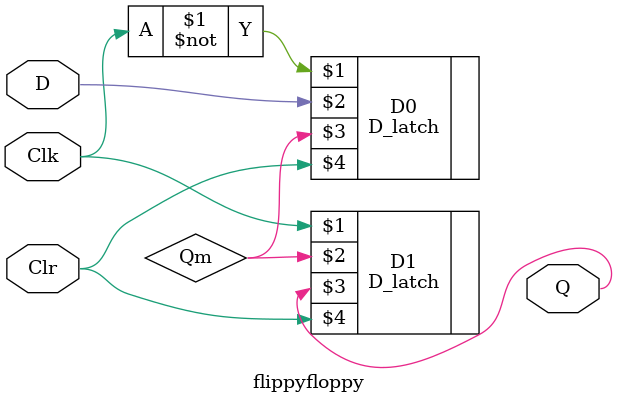
<source format=v>
module flippyfloppy (Clk, D, Q, Clr);
  input Clk, D, Clr;
  output Q;
  
  wire Qm;
  D_latch D0 (~Clk, D, Qm, Clr);
  D_latch D1 (Clk, Qm, Q, Clr);
endmodule
</source>
